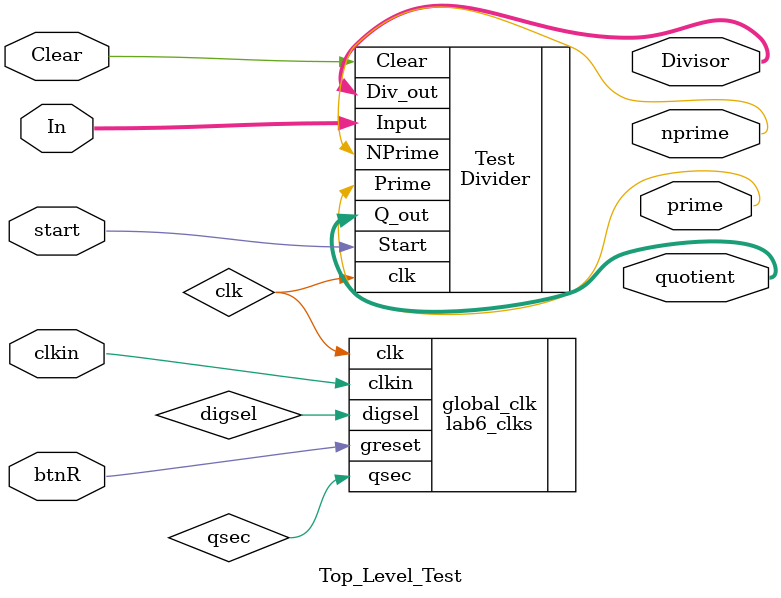
<source format=v>
`timescale 1ns / 1ps


module Top_Level_Test(
    input clkin, start, btnR, Clear,
    input [15:0] In,
    output [15:0] Divisor,
    output [15:0] quotient, 
    output nprime, prime 
    );
    
    //CLK Global
    wire clk, digsel, qsec;
    lab6_clks global_clk(.clkin(clkin), .greset(btnR), .qsec(qsec), .clk(clk), .digsel(digsel));
    
    Divider Test(.clk(clk), .Start(start), .Input(In), .Q_out(quotient), .Clear(Clear), .Div_out(Divisor), .NPrime(nprime), .Prime(prime));
    
//    //Display Module
//    wire [3:0] ring;
//    wire [3:0] Inputs;
//    wire [15:0] Out; 
//    assign Out = (Q[15:0]&ShowIn)|(divisor[15:0]&ShowDiv);
    
//    Ring_Counter Ring(.start(digsel), .clk(clk), .out(ring));
//    Selector Select(.sel(ring), .N(Out), .H(Inputs));
//    Segment_Display Display(.n(Inputs), .sego(seg));
       
//    assign an[0] = ~(ring[0]|(flash&TC_Out[0])); 
//    assign an[1] = ~(ring[1]|(flash&TC_Out[0]));
//    assign an[2] = ~(ring[2]|(flash&TC_Out[0]));
//    assign an[3] = ~(ring[3]|(flash&TC_Out[0]));
//    assign dp = 1'b1;  
    
endmodule

</source>
